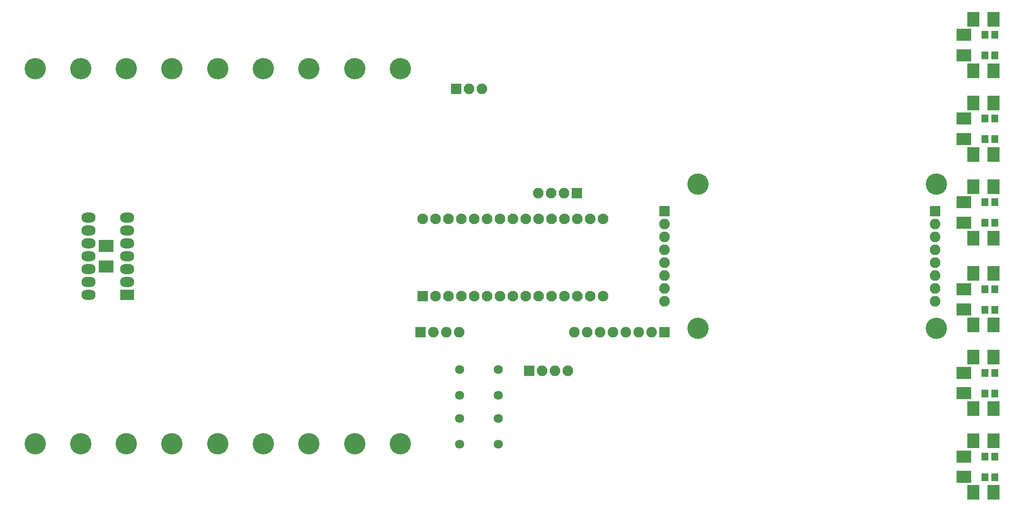
<source format=gbr>
G04 #@! TF.FileFunction,Soldermask,Bot*
%FSLAX46Y46*%
G04 Gerber Fmt 4.6, Leading zero omitted, Abs format (unit mm)*
G04 Created by KiCad (PCBNEW 4.0.7-e2-6376~58~ubuntu14.04.1) date Mon Sep 18 21:36:43 2017*
%MOMM*%
%LPD*%
G01*
G04 APERTURE LIST*
%ADD10C,0.100000*%
%ADD11C,4.200000*%
%ADD12R,1.400000X1.500000*%
%ADD13R,2.100000X2.100000*%
%ADD14O,2.100000X2.100000*%
%ADD15R,2.400000X2.900000*%
%ADD16R,2.900000X2.400000*%
%ADD17C,1.797000*%
%ADD18C,2.100000*%
%ADD19R,2.800000X2.000000*%
%ADD20O,2.800000X2.000000*%
G04 APERTURE END LIST*
D10*
D11*
X127000000Y-132000000D03*
X109000000Y-132000000D03*
X91000000Y-132000000D03*
X73000000Y-132000000D03*
X118000000Y-58000000D03*
X109000000Y-58000000D03*
X91000000Y-58000000D03*
X82000000Y-58000000D03*
X73000000Y-58000000D03*
D12*
X242265000Y-84350000D03*
X244175000Y-84350000D03*
X242265000Y-88400000D03*
X244175000Y-88400000D03*
X242265000Y-101495000D03*
X244175000Y-101495000D03*
X242265000Y-105545000D03*
X244175000Y-105545000D03*
X242265000Y-118005000D03*
X244175000Y-118005000D03*
X242265000Y-122055000D03*
X244175000Y-122055000D03*
X242265000Y-134515000D03*
X244175000Y-134515000D03*
X242265000Y-138565000D03*
X244175000Y-138565000D03*
X242265000Y-67840000D03*
X244175000Y-67840000D03*
X242265000Y-71890000D03*
X244175000Y-71890000D03*
X242265000Y-51330000D03*
X244175000Y-51330000D03*
X242265000Y-55380000D03*
X244175000Y-55380000D03*
D13*
X152400000Y-117602000D03*
D14*
X154940000Y-117602000D03*
X157480000Y-117602000D03*
X160020000Y-117602000D03*
D13*
X179070000Y-109982000D03*
D14*
X176530000Y-109982000D03*
X173990000Y-109982000D03*
X171450000Y-109982000D03*
X168910000Y-109982000D03*
X166370000Y-109982000D03*
X163830000Y-109982000D03*
X161290000Y-109982000D03*
D13*
X179070000Y-86106000D03*
D14*
X179070000Y-88646000D03*
X179070000Y-91186000D03*
X179070000Y-93726000D03*
X179070000Y-96266000D03*
X179070000Y-98806000D03*
X179070000Y-101346000D03*
X179070000Y-103886000D03*
D13*
X232410000Y-86106000D03*
D14*
X232410000Y-88646000D03*
X232410000Y-91186000D03*
X232410000Y-93726000D03*
X232410000Y-96266000D03*
X232410000Y-98806000D03*
X232410000Y-101346000D03*
X232410000Y-103886000D03*
D15*
X239935000Y-48260000D03*
X243935000Y-48260000D03*
D16*
X238125000Y-51340000D03*
X238125000Y-55340000D03*
D15*
X239935000Y-58420000D03*
X243935000Y-58420000D03*
X239935000Y-64770000D03*
X243935000Y-64770000D03*
D16*
X238125000Y-67850000D03*
X238125000Y-71850000D03*
D15*
X239935000Y-74930000D03*
X243935000Y-74930000D03*
X239935000Y-81280000D03*
X243935000Y-81280000D03*
D16*
X238125000Y-84360000D03*
X238125000Y-88360000D03*
D15*
X239935000Y-91440000D03*
X243935000Y-91440000D03*
X239935000Y-98425000D03*
X243935000Y-98425000D03*
D16*
X238125000Y-101505000D03*
X238125000Y-105505000D03*
D15*
X239935000Y-108585000D03*
X243935000Y-108585000D03*
X239935000Y-114935000D03*
X243935000Y-114935000D03*
D16*
X238125000Y-118015000D03*
X238125000Y-122015000D03*
D15*
X239935000Y-125095000D03*
X243935000Y-125095000D03*
X239935000Y-131445000D03*
X243935000Y-131445000D03*
D16*
X238125000Y-134525000D03*
X238125000Y-138525000D03*
D15*
X239935000Y-141605000D03*
X243935000Y-141605000D03*
D16*
X69000000Y-97000000D03*
X69000000Y-93000000D03*
D17*
X146304000Y-117348000D03*
X146304000Y-122428000D03*
X138684000Y-117348000D03*
X138684000Y-122428000D03*
X146304000Y-127000000D03*
X146304000Y-132080000D03*
X138684000Y-127000000D03*
X138684000Y-132080000D03*
D13*
X131445000Y-102870000D03*
D18*
X133985000Y-102870000D03*
X136525000Y-102870000D03*
X139065000Y-102870000D03*
X141605000Y-102870000D03*
X144145000Y-102870000D03*
X146685000Y-102870000D03*
X149225000Y-102870000D03*
X151765000Y-102870000D03*
X154305000Y-102870000D03*
X156845000Y-102870000D03*
X159385000Y-102870000D03*
X161925000Y-102870000D03*
X164465000Y-102870000D03*
X167005000Y-102870000D03*
X167005000Y-87630000D03*
X164465000Y-87630000D03*
X161925000Y-87630000D03*
X159385000Y-87630000D03*
X156845000Y-87630000D03*
X154305000Y-87630000D03*
X151765000Y-87630000D03*
X149225000Y-87630000D03*
X146685000Y-87630000D03*
X144145000Y-87630000D03*
X141605000Y-87630000D03*
X139065000Y-87630000D03*
X136525000Y-87630000D03*
X133985000Y-87630000D03*
X131445000Y-87630000D03*
D19*
X73152000Y-102616000D03*
D20*
X65532000Y-87376000D03*
X73152000Y-100076000D03*
X65532000Y-89916000D03*
X73152000Y-97536000D03*
X65532000Y-92456000D03*
X73152000Y-94996000D03*
X65532000Y-94996000D03*
X73152000Y-92456000D03*
X65532000Y-97536000D03*
X73152000Y-89916000D03*
X65532000Y-100076000D03*
X73152000Y-87376000D03*
X65532000Y-102616000D03*
D11*
X232664000Y-80772000D03*
X232664000Y-109220000D03*
X185674000Y-80772000D03*
X185674000Y-109220000D03*
D13*
X161798000Y-82550000D03*
D14*
X159258000Y-82550000D03*
X156718000Y-82550000D03*
X154178000Y-82550000D03*
D13*
X131000000Y-110000000D03*
D14*
X133540000Y-110000000D03*
X136080000Y-110000000D03*
X138620000Y-110000000D03*
D13*
X138000000Y-62000000D03*
D14*
X140540000Y-62000000D03*
X143080000Y-62000000D03*
D11*
X55000000Y-58000000D03*
X64000000Y-58000000D03*
X100000000Y-58000000D03*
X127000000Y-58000000D03*
X55000000Y-132000000D03*
X64000000Y-132000000D03*
X82000000Y-132000000D03*
X100000000Y-132000000D03*
X118000000Y-132000000D03*
M02*

</source>
